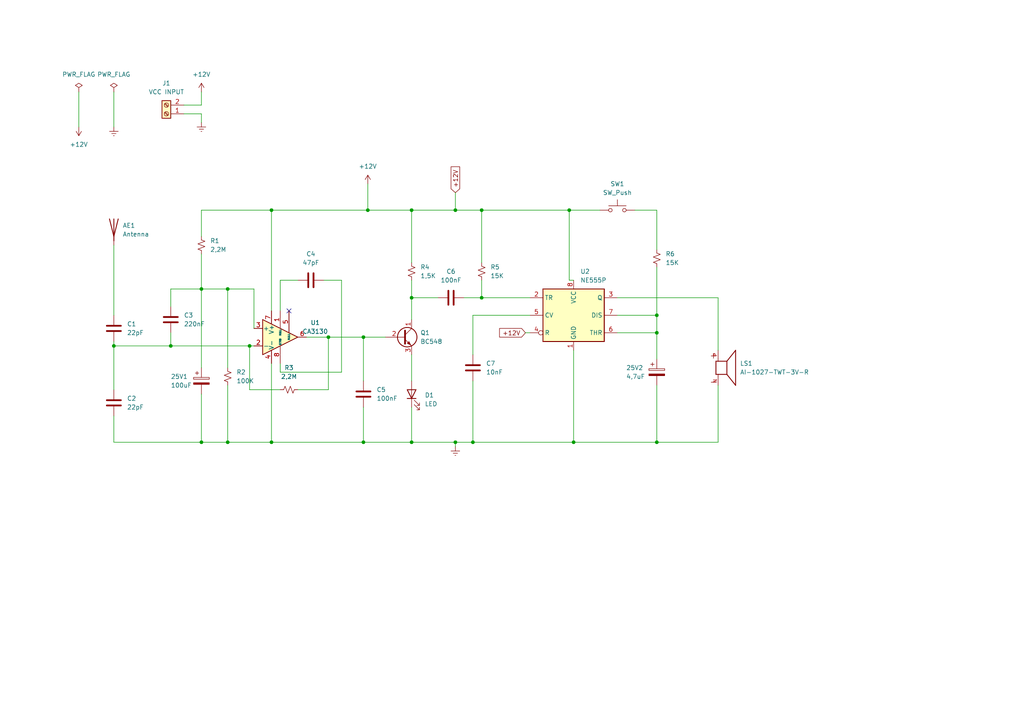
<source format=kicad_sch>
(kicad_sch (version 20230121) (generator eeschema)
  (paper "A4")
  (title_block (title "Phone Detector Module ") (date "09.11.2023") (rev "1.0") (company "by Muxtar _Safarov"))
  (lib_symbols
    (symbol "AI-1027-TWT-3V-R:AI-1027-TWT-3V-R" (pin_names (offset 1.016))
      (property "Reference" "LS" (at -1.27 6.35 0))
      (property "Value" "AI-1027-TWT-3V-R" (at -1.27 -8.255 0))
      (symbol "AI-1027-TWT-3V-R_0_0"
        (polyline (pts (xy -3.175 -1.905) (xy -2.54 -1.905)) (stroke (width 0.254)))
        (polyline (pts (xy -3.175 1.905) (xy -3.175 -1.905)) (stroke (width 0.254)))
        (polyline (pts (xy -3.175 1.905) (xy -2.54 1.905)) (stroke (width 0.254)))
        (polyline (pts (xy -2.54 -2.54) (xy -2.54 -1.905)) (stroke (width 0.1524)))
        (polyline (pts (xy -2.54 -1.905) (xy 0 -1.905)) (stroke (width 0.254)))
        (polyline (pts (xy -2.54 1.905) (xy 0 1.905)) (stroke (width 0.254)))
        (polyline (pts (xy -2.54 2.54) (xy -2.54 1.905)) (stroke (width 0.1524)))
        (polyline (pts (xy 0 -1.905) (xy 0 1.905)) (stroke (width 0.254)))
        (polyline (pts (xy 0 -1.905) (xy 2.54 -5.08)) (stroke (width 0.254)))
        (polyline (pts (xy 0 1.905) (xy 2.54 5.08)) (stroke (width 0.254)))
        (polyline (pts (xy 2.54 -5.08) (xy 2.54 5.08)) (stroke (width 0.254)))
        (text "+" (at -5.08 2.54 0) (effects (font (size 1.778 1.778)) (justify left bottom)))
        (text "-" (at -5.08 -5.08 0) (effects (font (size 1.778 1.778)) (justify left bottom)))
        (pin passive line (at -2.54 -5.08 90) (length 2.54) (name "~") (number "N"))
        (pin passive line (at -2.54 5.08 270) (length 2.54) (name "~") (number "P"))
      )
    )
    (symbol "Amplifier_Operational:CA3130" (pin_names (offset 0.127))
      (property "Reference" "U" (at 6.35 5.08 0))
      (property "Value" "CA3130" (at 6.35 2.54 0))
      (symbol "CA3130_0_1"
        (polyline (pts (xy -5.08 5.08) (xy 5.08 0) (xy -5.08 -5.08) (xy -5.08 5.08)) (stroke (width 0.254)) (fill (type background)))
      )
      (symbol "CA3130_1_1"
        (pin passive line (at 0 7.62 270) (length 5.08) (name "NULL") (number "1"))
        (pin input line (at -7.62 -2.54 0) (length 2.54) (name "-") (number "2"))
        (pin input line (at -7.62 2.54 0) (length 2.54) (name "+") (number "3"))
        (pin power_in line (at -2.54 -7.62 90) (length 3.81) (name "V-") (number "4"))
        (pin passive line (at 2.54 7.62 270) (length 6.35) (name "NULL") (number "5"))
        (pin output line (at 7.62 0 180) (length 2.54) (name "~") (number "6"))
        (pin power_in line (at -2.54 7.62 270) (length 3.81) (name "V+") (number "7"))
        (pin passive line (at 0 -7.62 90) (length 5.08) (name "STRB") (number "8"))
      )
    )
    (symbol "Connector:Screw_Terminal_01x02" (pin_names (offset 1.016) hide)
      (property "Reference" "J" (at 0 2.54 0))
      (property "Value" "Screw_Terminal_01x02" (at 0 -5.08 0))
      (symbol "Screw_Terminal_01x02_1_1"
        (rectangle (start -1.27 1.27) (end 1.27 -3.81) (stroke (width 0.254)) (fill (type background)))
        (circle (center 0 -2.54) (radius 0.635) (stroke (width 0.1524)))
        (polyline (pts (xy -0.5334 -2.2098) (xy 0.3302 -3.048)) (stroke (width 0.1524)))
        (polyline (pts (xy -0.5334 0.3302) (xy 0.3302 -0.508)) (stroke (width 0.1524)))
        (polyline (pts (xy -0.3556 -2.032) (xy 0.508 -2.8702)) (stroke (width 0.1524)))
        (polyline (pts (xy -0.3556 0.508) (xy 0.508 -0.3302)) (stroke (width 0.1524)))
        (circle (center 0 0) (radius 0.635) (stroke (width 0.1524)))
        (pin passive line (at -5.08 0 0) (length 3.81) (name "Pin_1") (number "1"))
        (pin passive line (at -5.08 -2.54 0) (length 3.81) (name "Pin_2") (number "2"))
      )
    )
    (symbol "Device:Antenna" (pin_numbers hide) (pin_names (offset 1.016) hide)
      (property "Reference" "AE" (at -1.905 1.905 0))
      (property "Value" "Antenna" (at -1.905 0 0))
      (symbol "Antenna_0_1"
        (polyline (pts (xy 0 2.54) (xy 0 -3.81)) (stroke (width 0.254)))
        (polyline (pts (xy 1.27 2.54) (xy 0 -2.54) (xy -1.27 2.54)) (stroke (width 0.254)))
      )
      (symbol "Antenna_1_1"
        (pin input line (at 0 -5.08 90) (length 2.54) (name "A") (number "1"))
      )
    )
    (symbol "Device:C" (pin_numbers hide) (pin_names (offset 0.254))
      (property "Reference" "C" (at 0.635 2.54 0))
      (property "Value" "C" (at 0.635 -2.54 0))
      (symbol "C_0_1"
        (polyline (pts (xy -2.032 -0.762) (xy 2.032 -0.762)) (stroke (width 0.508)))
        (polyline (pts (xy -2.032 0.762) (xy 2.032 0.762)) (stroke (width 0.508)))
      )
      (symbol "C_1_1"
        (pin passive line (at 0 3.81 270) (length 2.794) (name "~") (number "1"))
        (pin passive line (at 0 -3.81 90) (length 2.794) (name "~") (number "2"))
      )
    )
    (symbol "Device:C_Polarized" (pin_numbers hide) (pin_names (offset 0.254))
      (property "Reference" "C" (at 0.635 2.54 0))
      (property "Value" "C_Polarized" (at 0.635 -2.54 0))
      (symbol "C_Polarized_0_1"
        (rectangle (start -2.286 0.508) (end 2.286 1.016))
        (polyline (pts (xy -1.778 2.286) (xy -0.762 2.286)))
        (polyline (pts (xy -1.27 2.794) (xy -1.27 1.778)))
        (rectangle (start 2.286 -0.508) (end -2.286 -1.016) (fill (type outline)))
      )
      (symbol "C_Polarized_1_1"
        (pin passive line (at 0 3.81 270) (length 2.794) (name "~") (number "1"))
        (pin passive line (at 0 -3.81 90) (length 2.794) (name "~") (number "2"))
      )
    )
    (symbol "Device:LED" (pin_numbers hide) (pin_names (offset 1.016) hide)
      (property "Reference" "D" (at 0 2.54 0))
      (property "Value" "LED" (at 0 -2.54 0))
      (symbol "LED_0_1"
        (polyline (pts (xy -1.27 -1.27) (xy -1.27 1.27)) (stroke (width 0.254)))
        (polyline (pts (xy -1.27 0) (xy 1.27 0)))
        (polyline (pts (xy 1.27 -1.27) (xy 1.27 1.27) (xy -1.27 0) (xy 1.27 -1.27)) (stroke (width 0.254)))
        (polyline (pts (xy -3.048 -0.762) (xy -4.572 -2.286) (xy -3.81 -2.286) (xy -4.572 -2.286) (xy -4.572 -1.524)))
        (polyline (pts (xy -1.778 -0.762) (xy -3.302 -2.286) (xy -2.54 -2.286) (xy -3.302 -2.286) (xy -3.302 -1.524)))
      )
      (symbol "LED_1_1"
        (pin passive line (at -3.81 0 0) (length 2.54) (name "K") (number "1"))
        (pin passive line (at 3.81 0 180) (length 2.54) (name "A") (number "2"))
      )
    )
    (symbol "Device:R_Small_US" (pin_numbers hide) (pin_names (offset 0.254) hide)
      (property "Reference" "R" (at 0.762 0.508 0))
      (property "Value" "R_Small_US" (at 0.762 -1.016 0))
      (symbol "R_Small_US_1_1"
        (polyline (pts (xy 0 0) (xy 1.016 -0.381) (xy 0 -0.762) (xy -1.016 -1.143) (xy 0 -1.524)))
        (polyline (pts (xy 0 1.524) (xy 1.016 1.143) (xy 0 0.762) (xy -1.016 0.381) (xy 0 0)))
        (pin passive line (at 0 2.54 270) (length 1.016) (name "~") (number "1"))
        (pin passive line (at 0 -2.54 90) (length 1.016) (name "~") (number "2"))
      )
    )
    (symbol "Switch:SW_Push" (pin_numbers hide) (pin_names (offset 1.016) hide)
      (property "Reference" "SW" (at 1.27 2.54 0))
      (property "Value" "SW_Push" (at 0 -1.524 0))
      (symbol "SW_Push_0_1"
        (circle (center -2.032 0) (radius 0.508))
        (polyline (pts (xy 0 1.27) (xy 0 3.048)))
        (polyline (pts (xy 2.54 1.27) (xy -2.54 1.27)))
        (circle (center 2.032 0) (radius 0.508))
        (pin passive line (at -5.08 0 0) (length 2.54) (name "1") (number "1"))
        (pin passive line (at 5.08 0 180) (length 2.54) (name "2") (number "2"))
      )
    )
    (symbol "Timer:NE555P"
      (property "Reference" "U" (at -10.16 8.89 0))
      (property "Value" "NE555P" (at 2.54 8.89 0))
      (symbol "NE555P_0_0"
        (pin power_in line (at 0 -10.16 90) (length 2.54) (name "GND") (number "1"))
        (pin power_in line (at 0 10.16 270) (length 2.54) (name "VCC") (number "8"))
      )
      (symbol "NE555P_0_1"
        (rectangle (start -8.89 -7.62) (end 8.89 7.62) (stroke (width 0.254)) (fill (type background)))
        (rectangle (start -8.89 -7.62) (end 8.89 7.62) (stroke (width 0.254)) (fill (type background)))
      )
      (symbol "NE555P_1_1"
        (pin input line (at -12.7 5.08 0) (length 3.81) (name "TR") (number "2"))
        (pin output line (at 12.7 5.08 180) (length 3.81) (name "Q") (number "3"))
        (pin input inverted (at -12.7 -5.08 0) (length 3.81) (name "R") (number "4"))
        (pin input line (at -12.7 0 0) (length 3.81) (name "CV") (number "5"))
        (pin input line (at 12.7 -5.08 180) (length 3.81) (name "THR") (number "6"))
        (pin input line (at 12.7 0 180) (length 3.81) (name "DIS") (number "7"))
      )
    )
    (symbol "Transistor_BJT:BC548" (pin_names (offset 0) hide)
      (property "Reference" "Q" (at 5.08 1.905 0))
      (property "Value" "BC548" (at 5.08 0 0))
      (symbol "BC548_0_1"
        (polyline (pts (xy 0 0) (xy 0.635 0)))
        (polyline (pts (xy 0.635 0.635) (xy 2.54 2.54)))
        (polyline (pts (xy 0.635 -0.635) (xy 2.54 -2.54) (xy 2.54 -2.54)))
        (polyline (pts (xy 0.635 1.905) (xy 0.635 -1.905) (xy 0.635 -1.905)) (stroke (width 0.508)))
        (polyline (pts (xy 1.27 -1.778) (xy 1.778 -1.27) (xy 2.286 -2.286) (xy 1.27 -1.778) (xy 1.27 -1.778)) (fill (type outline)))
        (circle (center 1.27 0) (radius 2.8194) (stroke (width 0.254)))
      )
      (symbol "BC548_1_1"
        (pin passive line (at 2.54 5.08 270) (length 2.54) (name "C") (number "1"))
        (pin input line (at -5.08 0 0) (length 5.08) (name "B") (number "2"))
        (pin passive line (at 2.54 -5.08 90) (length 2.54) (name "E") (number "3"))
      )
    )
    (symbol "power:+12V" (power) (pin_names (offset 0))
      (property "Value" "+12V" (at 0 3.556 0))
      (symbol "+12V_0_1"
        (polyline (pts (xy -0.762 1.27) (xy 0 2.54)))
        (polyline (pts (xy 0 0) (xy 0 2.54)))
        (polyline (pts (xy 0 2.54) (xy 0.762 1.27)))
      )
      (symbol "+12V_1_1"
        (pin power_in line (at 0 0 90) (length 0) hide (name "+12V") (number "1"))
      )
    )
    (symbol "power:Earth" (power) (pin_names (offset 0))
      (symbol "Earth_0_1"
        (polyline (pts (xy -0.635 -1.905) (xy 0.635 -1.905)))
        (polyline (pts (xy -0.127 -2.54) (xy 0.127 -2.54)))
        (polyline (pts (xy 0 -1.27) (xy 0 0)))
        (polyline (pts (xy 1.27 -1.27) (xy -1.27 -1.27)))
      )
      (symbol "Earth_1_1"
        (pin power_in line (at 0 0 270) (length 0) hide (name "Earth") (number "1"))
      )
    )
    (symbol "power:PWR_FLAG" (power) (pin_numbers hide) (pin_names (offset 0) hide)
      (property "Value" "PWR_FLAG" (at 0 3.81 0))
      (symbol "PWR_FLAG_0_0"
        (pin power_out line (at 0 0 90) (length 0) (name "pwr") (number "1"))
      )
      (symbol "PWR_FLAG_0_1"
        (polyline (pts (xy 0 0) (xy 0 1.27) (xy -1.016 1.905) (xy 0 2.54) (xy 1.016 1.905) (xy 0 1.27)))
      )
    )
  )
  (junction (at 95.25 97.79))
  (junction (at 78.74 128.27))
  (junction (at 58.42 128.27))
  (junction (at 49.53 100.33))
  (junction (at 166.37 128.27))
  (junction (at 190.5 96.52))
  (junction (at 190.5 128.27))
  (junction (at 132.08 60.96))
  (junction (at 119.38 60.96))
  (junction (at 33.02 100.33))
  (junction (at 132.08 128.27))
  (junction (at 137.16 128.27))
  (junction (at 139.7 86.36))
  (junction (at 66.04 128.27))
  (junction (at 119.38 128.27))
  (junction (at 78.74 60.96))
  (junction (at 72.39 100.33))
  (junction (at 119.38 86.36))
  (junction (at 66.04 83.82))
  (junction (at 106.68 60.96))
  (junction (at 139.7 60.96))
  (junction (at 105.41 128.27))
  (junction (at 165.1 60.96))
  (junction (at 105.41 97.79))
  (junction (at 58.42 83.82))
  (junction (at 190.5 91.44))
  (no_connect (at 83.82 90.17))
  (wire (pts (xy 119.38 81.28) (xy 119.38 86.36)))
  (wire (pts (xy 78.74 60.96) (xy 106.68 60.96)))
  (wire (pts (xy 208.28 128.27) (xy 190.5 128.27)))
  (wire (pts (xy 137.16 110.49) (xy 137.16 128.27)))
  (wire (pts (xy 139.7 60.96) (xy 132.08 60.96)))
  (wire (pts (xy 139.7 86.36) (xy 134.62 86.36)))
  (wire (pts (xy 139.7 76.2) (xy 139.7 60.96)))
  (wire (pts (xy 106.68 60.96) (xy 119.38 60.96)))
  (wire (pts (xy 73.66 95.25) (xy 73.66 83.82)))
  (wire (pts (xy 179.07 91.44) (xy 190.5 91.44)))
  (wire (pts (xy 165.1 60.96) (xy 173.99 60.96)))
  (wire (pts (xy 66.04 111.76) (xy 66.04 128.27)))
  (wire (pts (xy 105.41 118.11) (xy 105.41 128.27)))
  (wire (pts (xy 78.74 90.17) (xy 78.74 60.96)))
  (wire (pts (xy 166.37 128.27) (xy 190.5 128.27)))
  (wire (pts (xy 58.42 114.3) (xy 58.42 128.27)))
  (wire (pts (xy 119.38 76.2) (xy 119.38 60.96)))
  (wire (pts (xy 105.41 128.27) (xy 119.38 128.27)))
  (wire (pts (xy 119.38 86.36) (xy 119.38 92.71)))
  (wire (pts (xy 165.1 81.28) (xy 165.1 60.96)))
  (wire (pts (xy 66.04 106.68) (xy 66.04 83.82)))
  (wire (pts (xy 165.1 60.96) (xy 139.7 60.96)))
  (wire (pts (xy 179.07 86.36) (xy 208.28 86.36)))
  (wire (pts (xy 58.42 83.82) (xy 66.04 83.82)))
  (wire (pts (xy 53.34 33.02) (xy 58.42 33.02)))
  (wire (pts (xy 137.16 91.44) (xy 137.16 102.87)))
  (wire (pts (xy 33.02 99.06) (xy 33.02 100.33)))
  (wire (pts (xy 88.9 97.79) (xy 95.25 97.79)))
  (wire (pts (xy 95.25 97.79) (xy 105.41 97.79)))
  (wire (pts (xy 86.36 113.03) (xy 95.25 113.03)))
  (wire (pts (xy 119.38 128.27) (xy 132.08 128.27)))
  (wire (pts (xy 58.42 128.27) (xy 66.04 128.27)))
  (wire (pts (xy 58.42 68.58) (xy 58.42 60.96)))
  (wire (pts (xy 72.39 100.33) (xy 73.66 100.33)))
  (wire (pts (xy 139.7 86.36) (xy 153.67 86.36)))
  (wire (pts (xy 95.25 113.03) (xy 95.25 97.79)))
  (wire (pts (xy 190.5 77.47) (xy 190.5 91.44)))
  (wire (pts (xy 139.7 81.28) (xy 139.7 86.36)))
  (wire (pts (xy 99.06 81.28) (xy 99.06 107.95)))
  (wire (pts (xy 58.42 33.02) (xy 58.42 35.56)))
  (wire (pts (xy 81.28 81.28) (xy 81.28 90.17)))
  (wire (pts (xy 132.08 128.27) (xy 132.08 129.54)))
  (wire (pts (xy 190.5 96.52) (xy 179.07 96.52)))
  (wire (pts (xy 78.74 128.27) (xy 105.41 128.27)))
  (wire (pts (xy 58.42 83.82) (xy 49.53 83.82)))
  (wire (pts (xy 58.42 73.66) (xy 58.42 83.82)))
  (wire (pts (xy 49.53 96.52) (xy 49.53 100.33)))
  (wire (pts (xy 66.04 128.27) (xy 78.74 128.27)))
  (wire (pts (xy 93.98 81.28) (xy 99.06 81.28)))
  (wire (pts (xy 33.02 36.83) (xy 33.02 26.67)))
  (wire (pts (xy 33.02 128.27) (xy 58.42 128.27)))
  (wire (pts (xy 49.53 83.82) (xy 49.53 88.9)))
  (wire (pts (xy 33.02 71.12) (xy 33.02 91.44)))
  (wire (pts (xy 166.37 81.28) (xy 165.1 81.28)))
  (wire (pts (xy 105.41 97.79) (xy 105.41 110.49)))
  (wire (pts (xy 58.42 30.48) (xy 53.34 30.48)))
  (wire (pts (xy 190.5 60.96) (xy 190.5 72.39)))
  (wire (pts (xy 190.5 96.52) (xy 190.5 104.14)))
  (wire (pts (xy 184.15 60.96) (xy 190.5 60.96)))
  (wire (pts (xy 137.16 128.27) (xy 166.37 128.27)))
  (wire (pts (xy 119.38 86.36) (xy 127 86.36)))
  (wire (pts (xy 208.28 86.36) (xy 208.28 101.6)))
  (wire (pts (xy 72.39 113.03) (xy 72.39 100.33)))
  (wire (pts (xy 105.41 97.79) (xy 111.76 97.79)))
  (wire (pts (xy 33.02 120.65) (xy 33.02 128.27)))
  (wire (pts (xy 86.36 81.28) (xy 81.28 81.28)))
  (wire (pts (xy 153.67 91.44) (xy 137.16 91.44)))
  (wire (pts (xy 33.02 100.33) (xy 33.02 113.03)))
  (wire (pts (xy 66.04 83.82) (xy 73.66 83.82)))
  (wire (pts (xy 132.08 55.88) (xy 132.08 60.96)))
  (wire (pts (xy 190.5 111.76) (xy 190.5 128.27)))
  (wire (pts (xy 166.37 101.6) (xy 166.37 128.27)))
  (wire (pts (xy 58.42 60.96) (xy 78.74 60.96)))
  (wire (pts (xy 119.38 102.87) (xy 119.38 110.49)))
  (wire (pts (xy 49.53 100.33) (xy 72.39 100.33)))
  (wire (pts (xy 58.42 106.68) (xy 58.42 83.82)))
  (wire (pts (xy 119.38 118.11) (xy 119.38 128.27)))
  (wire (pts (xy 152.4 96.52) (xy 153.67 96.52)))
  (wire (pts (xy 137.16 128.27) (xy 132.08 128.27)))
  (wire (pts (xy 22.86 26.67) (xy 22.86 36.83)))
  (wire (pts (xy 58.42 26.67) (xy 58.42 30.48)))
  (wire (pts (xy 81.28 107.95) (xy 81.28 105.41)))
  (wire (pts (xy 190.5 91.44) (xy 190.5 96.52)))
  (wire (pts (xy 81.28 113.03) (xy 72.39 113.03)))
  (wire (pts (xy 208.28 111.76) (xy 208.28 128.27)))
  (wire (pts (xy 132.08 60.96) (xy 119.38 60.96)))
  (wire (pts (xy 33.02 100.33) (xy 49.53 100.33)))
  (wire (pts (xy 106.68 53.34) (xy 106.68 60.96)))
  (wire (pts (xy 78.74 105.41) (xy 78.74 128.27)))
  (wire (pts (xy 99.06 107.95) (xy 81.28 107.95)))
  (global_label "+12V" (shape input) (at 132.08 55.88 90) (property "Intersheetrefs" "${INTERSHEET_REFS}" (effects hide)))
  (global_label "+12V" (shape input) (at 152.4 96.52 180) (property "Intersheetrefs" "${INTERSHEET_REFS}" (effects hide)))
  (symbol (lib_id "AI-1027-TWT-3V-R:AI-1027-TWT-3V-R") (at 210.82 106.68 0) (unit 1)
    (property "Reference" "LS1" (at 214.63 105.41 0) (effects (justify left)))
    (property "Value" "AI-1027-TWT-3V-R" (at 214.63 107.95 0) (effects (justify left)))
    (property "Footprint" "AI-1027-TWT-3V-R:XDCR_AI-1027-TWT-3V-R" (effects hide))
    (property "MF" "PUI Audio" (effects hide))
    (property "MAXIMUM_PACKAGE_HEIGHT" "5 mm" (effects hide))
    (property "Package" "None" (effects hide))
    (property "Price" "None" (effects hide))
    (property "Check_prices" "https://www.snapeda.com/parts/AI-1027-TWT-3V-R/PUI+Audio%252C+Inc./view-part/?ref=eda" (effects hide))
    (property "STANDARD" "Manufacturer Recommendations" (effects hide))
    (property "PARTREV" "F" (effects hide))
    (property "SnapEDA_Link" "https://www.snapeda.com/parts/AI-1027-TWT-3V-R/PUI+Audio%252C+Inc./view-part/?ref=snap" (effects hide))
    (property "MP" "AI-1027-TWT-3V-R" (effects hide))
    (property "Description" "\nAUDIO INDICATOR 3VDC 30MA 80DBA 2700HZ\n" (effects hide))
    (property "Availability" "In Stock" (effects hide))
    (property "MANUFACTURER" "PUI Audio" (effects hide))
  )
  (symbol (lib_id "Timer:NE555P") (at 166.37 91.44 0) (unit 1)
    (property "Reference" "U2" (at 168.3259 78.74 0) (effects (justify left)))
    (property "Value" "NE555P" (at 168.3259 81.28 0) (effects (justify left)))
    (property "Footprint" "Package_DIP:DIP-8_W7.62mm" (effects hide))
    (property "Datasheet" "http://www.ti.com/lit/ds/symlink/ne555.pdf" (effects hide))
  )
  (symbol (lib_id "Device:Antenna") (at 33.02 66.04 0) (unit 1)
    (property "Reference" "AE1" (at 35.56 65.405 0) (effects (justify left)))
    (property "Value" "Antenna" (at 35.56 67.945 0) (effects (justify left)))
    (property "Footprint" "TerminalBlock_MetzConnect:TerminalBlock_MetzConnect_360271_1x01_Horizontal_ScrewM3.0_Boxed" (effects hide))
  )
  (symbol (lib_id "Device:C") (at 137.16 106.68 0) (unit 1)
    (property "Reference" "C7" (at 140.97 105.41 0) (effects (justify left)))
    (property "Value" "10nF" (at 140.97 107.95 0) (effects (justify left)))
    (property "Footprint" "Capacitor_THT:C_Disc_D7.5mm_W5.0mm_P7.50mm" (effects hide))
  )
  (symbol (lib_id "Device:R_Small_US") (at 139.7 78.74 0) (unit 1)
    (property "Reference" "R5" (at 142.24 77.47 0) (effects (justify left)))
    (property "Value" "15K" (at 142.24 80.01 0) (effects (justify left)))
    (property "Footprint" "Resistor_THT:R_Axial_DIN0309_L9.0mm_D3.2mm_P15.24mm_Horizontal" (effects hide))
  )
  (symbol (lib_id "Device:C_Polarized") (at 58.42 110.49 0) (unit 1)
    (property "Reference" "25V1" (at 49.53 109.22 0) (effects (justify left)))
    (property "Value" "100uF" (at 49.53 111.76 0) (effects (justify left)))
    (property "Footprint" "Capacitor_THT:CP_Radial_D13.0mm_P7.50mm" (effects hide))
  )
  (symbol (lib_id "Device:C") (at 33.02 116.84 0) (unit 1)
    (property "Reference" "C2" (at 36.83 115.57 0) (effects (justify left)))
    (property "Value" "22pF" (at 36.83 118.11 0) (effects (justify left)))
    (property "Footprint" "Capacitor_THT:C_Disc_D7.5mm_W5.0mm_P7.50mm" (effects hide))
  )
  (symbol (lib_id "Amplifier_Operational:CA3130") (at 81.28 97.79 0) (unit 1)
    (property "Reference" "U1" (at 91.44 93.5991 0))
    (property "Value" "CA3130" (at 91.44 96.1391 0))
    (property "Footprint" "Package_DIP:DIP-8_W7.62mm" (effects hide))
    (property "Datasheet" "http://www.intersil.com/content/dam/intersil/documents/ca31/ca3130-a.pdf" (effects hide))
  )
  (symbol (lib_id "power:Earth") (at 132.08 129.54 0) (unit 1)
    (property "Reference" "#PWR02" (effects hide))
    (property "Value" "Earth" (effects hide))
  )
  (symbol (lib_id "power:+12V") (at 58.42 26.67 0) (unit 1)
    (property "Reference" "#PWR05" (effects hide))
    (property "Value" "+12V" (at 58.42 21.59 0))
  )
  (symbol (lib_id "power:Earth") (at 33.02 36.83 0) (unit 1)
    (property "Reference" "#PWR04" (effects hide))
    (property "Value" "Earth" (effects hide))
  )
  (symbol (lib_id "Device:C_Polarized") (at 190.5 107.95 0) (unit 1)
    (property "Reference" "25V2" (at 181.61 106.68 0) (effects (justify left)))
    (property "Value" "4,7uF" (at 181.61 109.22 0) (effects (justify left)))
    (property "Footprint" "Capacitor_THT:CP_Radial_D13.0mm_P7.50mm" (effects hide))
  )
  (symbol (lib_id "Device:R_Small_US") (at 58.42 71.12 0) (unit 1)
    (property "Reference" "R1" (at 60.96 69.85 0) (effects (justify left)))
    (property "Value" "2,2M" (at 60.96 72.39 0) (effects (justify left)))
    (property "Footprint" "Resistor_THT:R_Axial_DIN0309_L9.0mm_D3.2mm_P15.24mm_Horizontal" (effects hide))
  )
  (symbol (lib_id "Device:C") (at 49.53 92.71 180) (unit 1)
    (property "Reference" "C3" (at 53.34 91.44 0) (effects (justify right)))
    (property "Value" "220nF" (at 53.34 93.98 0) (effects (justify right)))
    (property "Footprint" "Capacitor_THT:C_Disc_D7.5mm_W5.0mm_P7.50mm" (effects hide))
  )
  (symbol (lib_id "Device:C") (at 130.81 86.36 270) (unit 1)
    (property "Reference" "C6" (at 130.81 78.74 90))
    (property "Value" "100nF" (at 130.81 81.28 90))
    (property "Footprint" "Capacitor_THT:C_Disc_D7.5mm_W5.0mm_P7.50mm" (effects hide))
  )
  (symbol (lib_id "Switch:SW_Push") (at 179.07 60.96 0) (unit 1)
    (property "Reference" "SW1" (at 179.07 53.34 0))
    (property "Value" "SW_Push" (at 179.07 55.88 0))
    (property "Footprint" "Button_Switch_THT:SW_MEC_5GTH9" (effects hide))
  )
  (symbol (lib_id "power:+12V") (at 22.86 36.83 180) (unit 1)
    (property "Reference" "#PWR03" (effects hide))
    (property "Value" "+12V" (at 22.86 41.91 0))
  )
  (symbol (lib_id "Device:LED") (at 119.38 114.3 90) (unit 1)
    (property "Reference" "D1" (at 123.19 114.6175 90) (effects (justify right)))
    (property "Value" "LED" (at 123.19 117.1575 90) (effects (justify right)))
    (property "Footprint" "LED_THT:LED_D5.0mm" (effects hide))
  )
  (symbol (lib_id "Connector:Screw_Terminal_01x02") (at 48.26 33.02 180) (unit 1)
    (property "Reference" "J1" (at 48.26 24.13 0))
    (property "Value" "VCC INPUT" (at 48.26 26.67 0))
    (property "Footprint" "TerminalBlock:TerminalBlock_bornier-2_P5.08mm" (effects hide))
  )
  (symbol (lib_id "Device:C") (at 105.41 114.3 180) (unit 1)
    (property "Reference" "C5" (at 109.22 113.03 0) (effects (justify right)))
    (property "Value" "100nF" (at 109.22 115.57 0) (effects (justify right)))
    (property "Footprint" "Capacitor_THT:C_Disc_D7.5mm_W5.0mm_P7.50mm" (effects hide))
  )
  (symbol (lib_id "Device:R_Small_US") (at 66.04 109.22 0) (unit 1)
    (property "Reference" "R2" (at 68.58 107.95 0) (effects (justify left)))
    (property "Value" "100K" (at 68.58 110.49 0) (effects (justify left)))
    (property "Footprint" "Resistor_THT:R_Axial_DIN0309_L9.0mm_D3.2mm_P15.24mm_Horizontal" (effects hide))
  )
  (symbol (lib_id "Device:R_Small_US") (at 119.38 78.74 0) (unit 1)
    (property "Reference" "R4" (at 121.92 77.47 0) (effects (justify left)))
    (property "Value" "1,5K" (at 121.92 80.01 0) (effects (justify left)))
    (property "Footprint" "Resistor_THT:R_Axial_DIN0309_L9.0mm_D3.2mm_P15.24mm_Horizontal" (effects hide))
  )
  (symbol (lib_id "Device:R_Small_US") (at 83.82 113.03 90) (unit 1)
    (property "Reference" "R3" (at 83.82 106.68 90))
    (property "Value" "2,2M" (at 83.82 109.22 90))
    (property "Footprint" "Resistor_THT:R_Axial_DIN0309_L9.0mm_D3.2mm_P15.24mm_Horizontal" (effects hide))
  )
  (symbol (lib_id "Device:C") (at 90.17 81.28 90) (unit 1)
    (property "Reference" "C4" (at 90.17 73.66 90))
    (property "Value" "47pF" (at 90.17 76.2 90))
    (property "Footprint" "Capacitor_THT:C_Disc_D7.5mm_W5.0mm_P7.50mm" (effects hide))
  )
  (symbol (lib_id "power:+12V") (at 106.68 53.34 0) (unit 1)
    (property "Reference" "#PWR01" (effects hide))
    (property "Value" "+12V" (at 106.68 48.26 0))
  )
  (symbol (lib_id "power:Earth") (at 58.42 35.56 0) (unit 1)
    (property "Reference" "#PWR06" (effects hide))
    (property "Value" "Earth" (effects hide))
  )
  (symbol (lib_id "power:PWR_FLAG") (at 22.86 26.67 0) (unit 1)
    (property "Reference" "#FLG01" (effects hide))
    (property "Value" "PWR_FLAG" (at 22.86 21.59 0))
  )
  (symbol (lib_id "Transistor_BJT:BC548") (at 116.84 97.79 0) (unit 1)
    (property "Reference" "Q1" (at 121.92 96.52 0) (effects (justify left)))
    (property "Value" "BC548" (at 121.92 99.06 0) (effects (justify left)))
    (property "Footprint" "Package_TO_SOT_THT:TO-92_Inline" (effects hide))
    (property "Datasheet" "https://www.onsemi.com/pub/Collateral/BC550-D.pdf" (effects hide))
  )
  (symbol (lib_id "power:PWR_FLAG") (at 33.02 26.67 0) (unit 1)
    (property "Reference" "#FLG02" (effects hide))
    (property "Value" "PWR_FLAG" (at 33.02 21.59 0))
  )
  (symbol (lib_id "Device:R_Small_US") (at 190.5 74.93 0) (unit 1)
    (property "Reference" "R6" (at 193.04 73.66 0) (effects (justify left)))
    (property "Value" "15K" (at 193.04 76.2 0) (effects (justify left)))
    (property "Footprint" "Resistor_THT:R_Axial_DIN0309_L9.0mm_D3.2mm_P15.24mm_Horizontal" (effects hide))
  )
  (symbol (lib_id "Device:C") (at 33.02 95.25 0) (unit 1)
    (property "Reference" "C1" (at 36.83 93.98 0) (effects (justify left)))
    (property "Value" "22pF" (at 36.83 96.52 0) (effects (justify left)))
    (property "Footprint" "Capacitor_THT:C_Disc_D7.5mm_W5.0mm_P7.50mm" (effects hide))
  )
)
</source>
